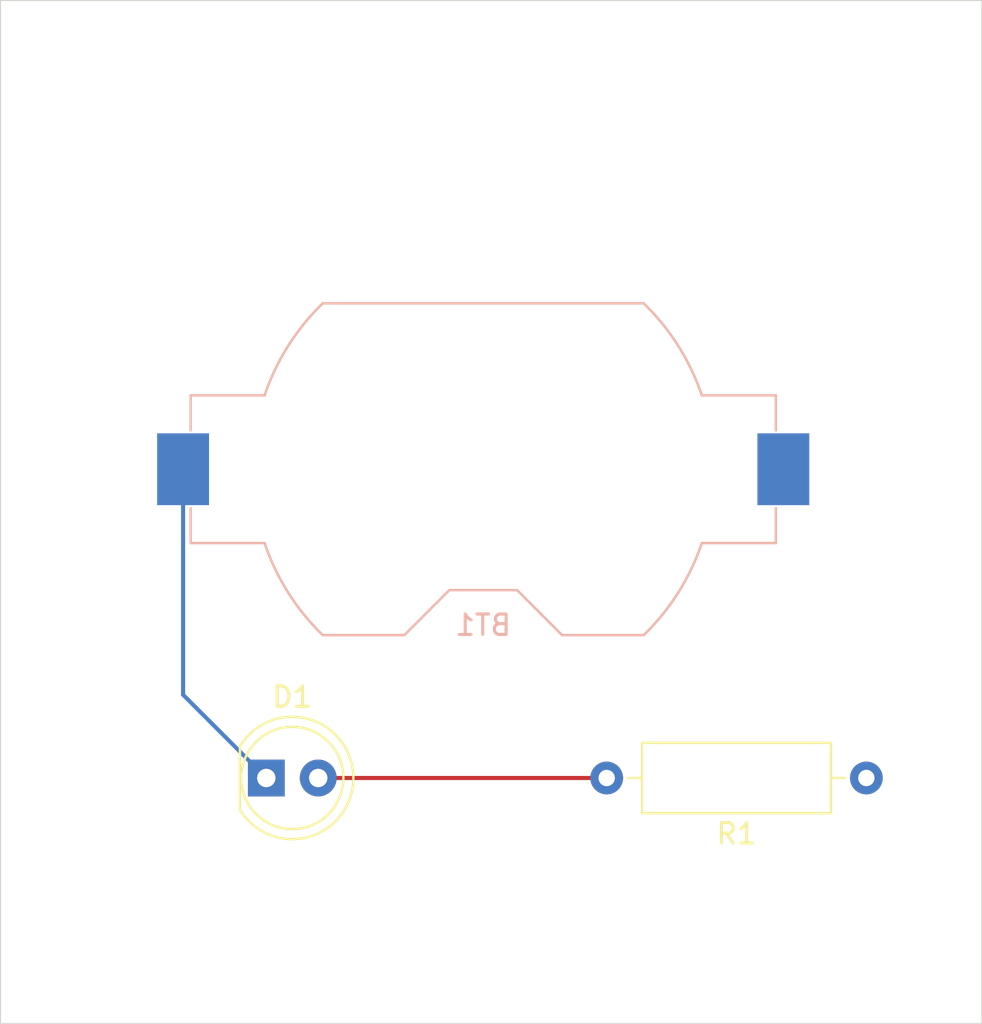
<source format=kicad_pcb>
(kicad_pcb (version 20240108) (generator "pcbnew") (generator_version "8.0")
  (title_block (title "HIGHT") (date "2024-05-16") (rev "0"))
  (layers (0 "F.Cu" signal) (31 "B.Cu" signal) (34 "B.Paste" user) (35 "F.Paste" user) (36 "B.SilkS" user "B.Silkscreen") (37 "F.SilkS" user "F.Silkscreen") (38 "B.Mask" user) (39 "F.Mask" user) (44 "Edge.Cuts" user))
  (net 0 "")
  (net 1 "GND")
  (net 2 "VCC")
  (net 3 "Net-(D1-A)")
  (footprint "LED_THT:LED_D5.0mm" (layer "F.Cu") (at 62 98)
    (property "Reference" "D1" (at 1.27 -3.96 0) (layer "F.SilkS"))
    (property "Value" "red")
    (fp_line (start -1.29 -1.545) (end -1.29 1.545) (stroke (width 0.12)) (layer "F.SilkS"))
    (fp_arc (start -1.29 -1.54483) (mid 2.072002 -2.880433) (end 4.26 0.000462) (stroke (width 0.12)) (layer "F.SilkS"))
    (fp_arc (start 4.26 -0.000462) (mid 2.072002 2.880433) (end -1.29 1.54483) (stroke (width 0.12)) (layer "F.SilkS"))
    (fp_circle (center 1.27 0) (end 3.77 0) (stroke (width 0.12)) (fill none) (layer "F.SilkS"))
    (pad "1" thru_hole rect (at 0 0) (size 1.8 1.8) (drill 0.9) (layers "*.Cu" "*.Mask") (net 1 "GND"))
    (pad "2" thru_hole circle (at 2.54 0) (size 1.8 1.8) (drill 0.9) (layers "*.Cu" "*.Mask") (net 3 "Net-(D1-A)"))
  )
  (footprint "Resistor_THT:R_Axial_DIN0309_L9.0mm_D3.2mm_P12.70mm_Horizontal" (layer "F.Cu") (at 91.35 98 180)
    (property "Reference" "R1" (at 6.35 -2.72 180) (layer "F.SilkS"))
    (property "Value" "1k")
    (fp_line (start 11.66 0) (end 10.97 0) (stroke (width 0.12)) (layer "F.SilkS"))
    (fp_line (start 10.97 1.72) (end 10.97 -1.72) (stroke (width 0.12)) (layer "F.SilkS"))
    (fp_line (start 10.97 -1.72) (end 1.73 -1.72) (stroke (width 0.12)) (layer "F.SilkS"))
    (fp_line (start 1.73 1.72) (end 10.97 1.72) (stroke (width 0.12)) (layer "F.SilkS"))
    (fp_line (start 1.73 -1.72) (end 1.73 1.72) (stroke (width 0.12)) (layer "F.SilkS"))
    (fp_line (start 1.04 0) (end 1.73 0) (stroke (width 0.12)) (layer "F.SilkS"))
    (pad "1" thru_hole circle (at 0 0 180) (size 1.6 1.6) (drill 0.8) (layers "*.Cu" "*.Mask") (net 2 "VCC"))
    (pad "2" thru_hole oval (at 12.7 0 180) (size 1.6 1.6) (drill 0.8) (layers "*.Cu" "*.Mask") (net 3 "Net-(D1-A)"))
  )
  (footprint "Battery:BatteryHolder_Keystone_1058_1x2032" (layer "B.Cu") (at 72.61 82.90897 180)
    (property "Reference" "BT1" (at 0 -7.62 180) (layer "B.SilkS") (effects (justify mirror)))
    (property "Value" "3V")
    (fp_line (start 14.31 3.61) (end 14.31 1.9) (stroke (width 0.12)) (layer "B.SilkS"))
    (fp_line (start 14.31 3.61) (end 10.692 3.61) (stroke (width 0.12)) (layer "B.SilkS"))
    (fp_line (start 14.31 -3.61) (end 14.31 -1.9) (stroke (width 0.12)) (layer "B.SilkS"))
    (fp_line (start 10.692 -3.61) (end 14.31 -3.61) (stroke (width 0.12)) (layer "B.SilkS"))
    (fp_line (start 7.8473 8.11) (end -7.8473 8.11) (stroke (width 0.12)) (layer "B.SilkS"))
    (fp_line (start 3.86 -8.11) (end 7.8473 -8.11) (stroke (width 0.12)) (layer "B.SilkS"))
    (fp_line (start 3.86 -8.11) (end 1.66 -5.91) (stroke (width 0.12)) (layer "B.SilkS"))
    (fp_line (start -1.66 -5.91) (end 1.66 -5.91) (stroke (width 0.12)) (layer "B.SilkS"))
    (fp_line (start -3.86 -8.11) (end -1.66 -5.91) (stroke (width 0.12)) (layer "B.SilkS"))
    (fp_line (start -7.8473 -8.11) (end -3.86 -8.11) (stroke (width 0.12)) (layer "B.SilkS"))
    (fp_line (start -10.692 3.61) (end -14.31 3.61) (stroke (width 0.12)) (layer "B.SilkS"))
    (fp_line (start -14.31 3.61) (end -14.31 1.9) (stroke (width 0.12)) (layer "B.SilkS"))
    (fp_line (start -14.31 -3.61) (end -10.692 -3.61) (stroke (width 0.12)) (layer "B.SilkS"))
    (fp_line (start -14.31 -3.61) (end -14.31 -1.9) (stroke (width 0.12)) (layer "B.SilkS"))
    (fp_arc (start 10.692 3.61) (mid 9.538084 6.031244) (end 7.845371 8.111789) (stroke (width 0.12)) (layer "B.SilkS"))
    (fp_arc (start 7.845371 -8.111789) (mid 9.538084 -6.031244) (end 10.692 -3.61) (stroke (width 0.12)) (layer "B.SilkS"))
    (fp_arc (start -7.845371 8.111789) (mid -9.538084 6.031244) (end -10.692 3.61) (stroke (width 0.12)) (layer "B.SilkS"))
    (fp_arc (start -10.692 -3.61) (mid -9.538085 -6.031245) (end -7.845371 -8.111789) (stroke (width 0.12)) (layer "B.SilkS"))
    (pad "1" smd rect (at -14.68 0 180) (size 2.54 3.51) (layers "B.Cu" "B.Paste" "B.Mask") (net 2 "VCC"))
    (pad "2" smd rect (at 14.68 0 180) (size 2.54 3.51) (layers "B.Cu" "B.Paste" "B.Mask") (net 1 "GND"))
  )
  (gr_rect (start 49 60) (end 97 110) (stroke (width 0.05)) (fill none) (layer "Edge.Cuts"))
  (segment (start 57.93 82.90897) (end 57.93 93.93) (width 0.2) (layer "B.Cu") (net 1))
  (segment (start 57.93 93.93) (end 62 98) (width 0.2) (layer "B.Cu") (net 1))
  (segment (start 78.65 98) (end 64.54 98) (width 0.2) (layer "F.Cu") (net 3))
)
</source>
